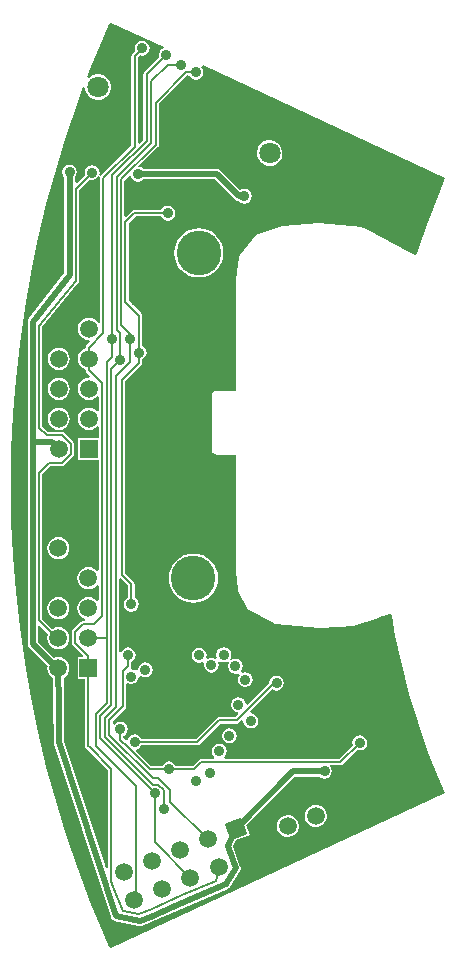
<source format=gbl>
%FSTAX25Y25*%
%MOIN*%
%SFA1B1*%

%IPPOS*%
%AMD30*
4,1,4,0.037800,-0.017600,0.017600,0.037800,-0.037800,0.017600,-0.017600,-0.037800,0.037800,-0.017600,0.0*
%
%AMD31*
4,1,4,0.038100,-0.017000,0.017000,0.038100,-0.038100,0.017000,-0.017000,-0.038100,0.038100,-0.017000,0.0*
%
%ADD10C,0.007000*%
%ADD24C,0.008000*%
%ADD25C,0.020000*%
%ADD27C,0.070900*%
%ADD28R,0.059100X0.059100*%
%ADD29C,0.059100*%
G04~CAMADD=30~10~0.0~590.4~0.0~0.0~0.0~0.0~0~0.0~0.0~0.0~0.0~0~0.0~0.0~0.0~0.0~0~0.0~0.0~0.0~290.0~590.4~0.0*
%ADD30D30*%
G04~CAMADD=31~10~0.0~590.4~0.0~0.0~0.0~0.0~0~0.0~0.0~0.0~0.0~0~0.0~0.0~0.0~0.0~0~0.0~0.0~0.0~291.0~590.4~0.0*
%ADD31D31*%
%ADD32C,0.149000*%
%ADD33C,0.035000*%
%LNarmboardproto-1*%
%LPD*%
G36*
X091739Y089343D02*
X091733Y089312D01*
Y084491*
X091722Y084486*
X091667Y084467*
X091611Y084541*
X091534Y084599*
X091445Y084636*
X09135Y084648*
X091255Y084636*
X091166Y084599*
X091089Y084541*
X091031Y084464*
X090994Y084375*
X090982Y08428*
X090994Y084185*
X091031Y084096*
X091089Y084019*
X091166Y083961*
X091255Y083924*
X09135Y083912*
X091369Y083914*
X0914Y083851*
X091274Y083726*
X091251Y083691*
X091243Y08365*
Y083631*
X091166Y083599*
X091089Y083541*
X091031Y083464*
X090994Y083375*
X090982Y08328*
X090994Y083185*
X091031Y083096*
X091089Y083019*
X091166Y082961*
X091211Y082942*
X091243Y08291*
X091251Y082869*
X091274Y082834*
X0914Y082709*
X091369Y082646*
X09135Y082648*
X091255Y082636*
X091166Y082599*
X091089Y082541*
X091031Y082464*
X090994Y082375*
X090982Y08228*
X090994Y082185*
X091031Y082096*
X091089Y082019*
X091166Y081961*
X091255Y081924*
X09135Y081912*
X091445Y081924*
X091534Y081961*
X091611Y082019*
X091622Y082034*
X091688Y082011*
Y081549*
X091622Y081526*
X091611Y081541*
X091534Y081599*
X091445Y081636*
X09135Y081648*
X091255Y081636*
X091166Y081599*
X091089Y081541*
X091031Y081464*
X090994Y081375*
X090982Y08128*
X090994Y081185*
X091031Y081096*
X091089Y081019*
X091166Y080961*
X091255Y080924*
X09135Y080912*
X091445Y080924*
X091534Y080961*
X091611Y081019*
X091622Y081034*
X091688Y081011*
Y080645*
X090985*
Y079915*
X091688*
Y076225*
X091622Y076203*
X091601Y076231*
X091524Y076289*
X091435Y076326*
X09134Y076338*
X091245Y076326*
X091156Y076289*
X091079Y076231*
X091021Y076154*
X090984Y076065*
X090972Y07597*
X090984Y075875*
X091021Y075786*
X091079Y075709*
X091156Y075651*
X091245Y075614*
X09134Y075602*
X091435Y075614*
X091524Y075651*
X091601Y075709*
X091622Y075737*
X091688Y075715*
Y075225*
X091622Y075203*
X091601Y075231*
X091524Y075289*
X091435Y075326*
X09134Y075338*
X091245Y075326*
X091156Y075289*
X091079Y075231*
X091021Y075154*
X090984Y075065*
X090972Y07497*
X090984Y074875*
X091021Y074786*
X091079Y074709*
X091156Y074651*
X091241Y074616*
X091227Y074547*
X09116*
X091119Y074539*
X091084Y074516*
X090829Y074261*
X090806Y074226*
X090798Y074185*
Y073815*
X090806Y073774*
X090829Y073739*
X091169Y0734*
X091142Y073335*
X090975*
Y072605*
X091233*
Y07038*
X091241Y070339*
X091264Y070304*
X091296Y070272*
X091311Y070251*
X091988Y069574*
Y06791*
X09198Y066314*
X091911Y066303*
X090523Y070538*
X090518Y071736*
X090515Y072647*
X090524Y072651*
X090601Y072709*
X090659Y072786*
X090696Y072875*
X090708Y07297*
X090696Y073065*
X090659Y073154*
X090601Y073231*
X090524Y073289*
X090435Y073326*
X09034Y073338*
X090245Y073326*
X090198Y073307*
X089658Y073847*
Y074359*
X089723Y074386*
X090001Y074107*
X089984Y074065*
X089972Y07397*
X089984Y073875*
X090021Y073786*
X090079Y073709*
X090156Y073651*
X090245Y073614*
X09034Y073602*
X090435Y073614*
X090524Y073651*
X090601Y073709*
X090659Y073786*
X090696Y073875*
X090708Y07397*
X090696Y074065*
X090659Y074154*
X090601Y074231*
X090524Y074289*
X090435Y074326*
X09034Y074338*
X090245Y074326*
X090156Y074289*
X090137Y074275*
X089807Y074604*
Y07865*
X089802Y078676*
Y079441*
X090064Y079703*
X090446*
X090487Y079711*
X090522Y079734*
X090826Y080038*
X090849Y080073*
X090857Y080114*
Y080446*
X090849Y080487*
X090826Y080521*
X090542Y080806*
X090507Y080829*
X090466Y080837*
X089989*
X089807Y081019*
Y08433*
X091007Y085804*
X091015Y085819*
X091024Y085832*
X091025Y085838*
X091027Y085843*
X091029Y085859*
X091032Y085875*
Y088904*
X091384Y089255*
X09146Y08924*
X091556Y089259*
X091637Y089313*
X091674Y08937*
X091739Y089343*
G37*
G36*
X093846Y093667D02*
X093844Y093651D01*
X093763Y093597*
X093709Y093516*
X09369Y09342*
X093705Y093344*
X093211Y092849*
X093201Y092839*
X093176Y092803*
X093168Y09276*
Y090573*
X093052Y090457*
X092987Y090484*
Y093326*
X093056Y093395*
X09313Y09338*
X093226Y093399*
X093307Y093453*
X093361Y093534*
X09338Y09363*
X093361Y093726*
X093307Y093807*
X093226Y093861*
X09313Y09388*
X093034Y093861*
X092953Y093807*
X092899Y093726*
X09288Y09363*
X092898Y09354*
X092804Y093446*
X092781Y093411*
X092773Y09337*
Y090397*
X091764Y089388*
X091757Y089378*
X091693Y089405*
X09171Y08949*
X091691Y089586*
X091637Y089667*
X091556Y089721*
X09146Y08974*
X091364Y089721*
X091283Y089667*
X091229Y089586*
X09121Y08949*
X091225Y089414*
X090948Y089137*
X090883Y089163*
Y089321*
X090887Y089323*
X090941Y089404*
X09096Y0895*
X090941Y089596*
X090887Y089677*
X090806Y089731*
X09071Y08975*
X090614Y089731*
X090533Y089677*
X090479Y089596*
X09046Y0895*
X090479Y089404*
X090533Y089323*
X090537Y089321*
Y08613*
X089349Y084627*
X089338Y084606*
X089325Y084586*
X089323Y084576*
X089318Y084567*
X089316Y084543*
X089312Y08452*
Y0805*
Y073775*
X089325Y073709*
X089362Y073652*
X08998Y073035*
X089972Y07297*
X089984Y072875*
X090021Y072786*
X090079Y072709*
X090156Y072651*
X090168Y072646*
X090172Y071734*
X090177Y070509*
X090182Y070483*
X090185Y070456*
X092082Y064666*
X092092Y064648*
X0921Y064629*
X092109Y064619*
X092115Y064607*
X092132Y064594*
X092146Y064579*
X092158Y064574*
X092169Y064565*
X092189Y06456*
X092207Y064551*
X093012Y064362*
X093033*
X093053Y064358*
X093066Y064361*
X09308Y06436*
X093099Y064367*
X093119Y064372*
X093494Y06453*
X093495Y064531*
X093496*
X094301Y064883*
X095983Y065618*
X095998Y065628*
X096014Y065635*
X096025Y065647*
X096039Y065656*
X096049Y065671*
X096061Y065684*
X096389Y066205*
X096392Y066214*
X096398Y066222*
X096404Y066246*
X096413Y066268*
Y066278*
X096415Y066288*
X096412Y066312*
X096411Y066336*
X096407Y066345*
X096406Y066355*
X096307Y066635*
X096167Y067031*
X096261Y067233*
X096722Y06741*
X096601Y067726*
X098232Y069357*
X099031*
X099033Y069353*
X099114Y069299*
X09921Y06928*
X099306Y069299*
X099387Y069353*
X099441Y069434*
X09946Y06953*
X099441Y069626*
X099387Y069707*
X099393Y069728*
X09974*
X099783Y069736*
X099819Y069761*
X100304Y070245*
X10038Y07023*
X100476Y070249*
X100557Y070303*
X100611Y070384*
X10063Y07048*
X100611Y070576*
X100557Y070657*
X100476Y070711*
X10038Y07073*
X100284Y070711*
X100203Y070657*
X100149Y070576*
X10013Y07048*
X100145Y070404*
X099694Y069952*
X095891*
X09587Y070019*
X095877Y070023*
X095931Y070104*
X09595Y0702*
X095931Y070296*
X095877Y070377*
X095796Y070431*
X0957Y07045*
X095604Y070431*
X095523Y070377*
X095469Y070296*
X09545Y0702*
X095469Y070104*
X095523Y070023*
X09553Y070019*
X095509Y069952*
X0951*
X095057Y069944*
X095021Y069919*
X094824Y069722*
X09425*
X094207Y069787*
X094126Y069841*
X09403Y06986*
X093934Y069841*
X093853Y069787*
X09381Y069722*
X093426*
X09294Y070209*
X09296Y070276*
X092976Y070279*
X093057Y070333*
X093103Y070403*
X09497*
X095011Y070411*
X095046Y070434*
X095734Y071123*
X09628*
X096321Y071131*
X096356Y071154*
X096426Y071225*
X0965Y07121*
X096519Y071114*
X096573Y071033*
X096654Y070979*
X09675Y07096*
X096846Y070979*
X096927Y071033*
X096981Y071114*
X097Y07121*
X096981Y071306*
X096927Y071387*
X096846Y071441*
X09675Y07146*
X096735Y071534*
X09747Y072269*
X097514Y072239*
X09761Y07222*
X097706Y072239*
X097787Y072293*
X097841Y072374*
X09786Y07247*
X097841Y072566*
X097787Y072647*
X097706Y072701*
X09761Y07272*
X097514Y072701*
X097433Y072647*
X097379Y072566*
X09736Y07247*
X097362Y072463*
X096652Y071753*
X096585Y071774*
X096571Y071846*
X096517Y071927*
X096436Y071981*
X09634Y072*
X096244Y071981*
X096163Y071927*
X096109Y071846*
X09609Y07175*
X096109Y071654*
X096163Y071573*
X096244Y071519*
X096316Y071505*
X096337Y071438*
X096236Y071337*
X09569*
X095649Y071329*
X095614Y071306*
X094926Y070617*
X093103*
X093057Y070687*
X092976Y070741*
X09288Y07076*
X092784Y070741*
X092703Y070687*
X092649Y070606*
X092644Y070578*
X092577Y070558*
X092507Y070627*
Y070707*
X092577Y070753*
X092631Y070834*
X09265Y07093*
X092631Y071026*
X092577Y071107*
X092496Y071161*
X0924Y07118*
X092304Y071161*
X092223Y071107*
X092211Y071089*
X092144Y071109*
Y071201*
X092566Y071622*
X092589Y071657*
X092597Y071698*
Y072437*
X092659Y07247*
X092674Y072459*
X09277Y07244*
X092866Y072459*
X092947Y072513*
X093001Y072594*
X09302Y07269*
X093103Y072707*
X093144Y072679*
X09324Y07266*
X093336Y072679*
X093417Y072733*
X093471Y072814*
X09349Y07291*
X093471Y073006*
X093417Y073087*
X093336Y073141*
X09324Y07316*
X093144Y073141*
X093063Y073087*
X093009Y073006*
X09299Y07291*
X092907Y072893*
X092866Y072921*
X09277Y07294*
X092757Y073006*
X092759Y073009*
X092767Y07305*
Y073187*
X092837Y073233*
X092891Y073314*
X09291Y07341*
X092891Y073506*
X092837Y073587*
X092756Y073641*
X09266Y07366*
X092564Y073641*
X092483Y073587*
X092429Y073506*
X092427Y073493*
X092357Y0735*
Y075933*
X092422Y07596*
X092658Y075724*
Y07532*
X092593Y075277*
X092539Y075196*
X09252Y0751*
X092539Y075004*
X092593Y074923*
X092674Y074869*
X09277Y07485*
X092866Y074869*
X092947Y074923*
X093001Y075004*
X09302Y0751*
X093001Y075196*
X092947Y075277*
X092882Y07532*
Y07577*
X092874Y075813*
X092849Y075849*
X092572Y076126*
Y082531*
X093106Y083064*
X093129Y083099*
X093137Y08314*
Y083267*
X093207Y083313*
X093261Y083394*
X09328Y08349*
X093261Y083586*
X093207Y083667*
X093137Y083713*
Y084724*
X093129Y084765*
X093106Y0848*
X092677Y085228*
Y087796*
X092914Y088033*
X093757*
X093803Y087963*
X093884Y087909*
X09398Y08789*
X094076Y087909*
X094157Y087963*
X094211Y088044*
X09423Y08814*
X094211Y088236*
X094157Y088317*
X094076Y088371*
X09398Y08839*
X093884Y088371*
X093803Y088317*
X093757Y088247*
X09287*
X092829Y088239*
X092794Y088216*
X092597Y088018*
X092532Y088045*
Y089224*
X092697Y089389*
X092764Y089369*
X092769Y089344*
X092823Y089263*
X092904Y089209*
X093Y08919*
X093096Y089209*
X093177Y089263*
X093179Y089267*
X095545*
X096234Y088577*
X09629Y08854*
X096357Y088527*
X096361*
X096363Y088523*
X096444Y088469*
X09654Y08845*
X096636Y088469*
X096717Y088523*
X096771Y088604*
X09679Y0887*
X096771Y088796*
X096717Y088877*
X096636Y088931*
X09654Y08895*
X096444Y088931*
X0964Y088901*
X095739Y089563*
X095683Y0896*
X095617Y089613*
X093179*
X093177Y089617*
X093096Y089671*
X093Y08969*
X092999Y089691*
X093656Y090347*
X093679Y090382*
X093687Y090423*
Y09154*
X093682Y091565*
Y091771*
X094637Y092725*
X094706Y092719*
X094743Y092663*
X094824Y092609*
X09492Y09259*
X095016Y092609*
X095097Y092663*
X095151Y092744*
X09517Y09284*
X095151Y092936*
X095101Y09301*
X095147Y093063*
X103241Y089306*
X103013Y088784*
X102649Y087855*
X102322Y086913*
X102276Y08676*
X102211Y086733*
X101381Y08718*
X101363Y087195*
X100522Y087647*
X100521*
X100493Y087655*
X100465Y087664*
X100464*
X099038Y087799*
X099026Y087797*
X099013Y087799*
X097836Y087717*
X097818Y087711*
X097798Y087709*
X09701Y087446*
X096999Y08744*
X096988Y087436*
X096973Y087425*
X096958Y087416*
X09695Y087407*
X096941Y087399*
X096395Y08675*
X096389Y086739*
X096381Y08673*
X096375Y086713*
X096367Y086698*
X096365Y086685*
X096361Y086673*
X096254Y085924*
X096255Y085913*
X096253Y085902*
Y082203*
X09561*
X095551Y082191*
X095502Y082158*
X095469Y082109*
X095457Y08205*
Y08024*
X095469Y080181*
X095502Y080132*
X095551Y080099*
X09561Y080087*
X095615Y080088*
X09562Y080087*
X096253*
Y076202*
X096254Y076194*
Y076187*
X096312Y075597*
X09632Y07557*
X096328Y075543*
X096619Y074978*
X096629Y074965*
X096636Y074951*
X096647Y074942*
X096656Y074931*
X09667Y074923*
X096682Y074913*
X097527Y074459*
X097554Y07445*
X097584Y074441*
X099044Y074294*
X099058Y074296*
X099072Y074294*
X100214Y074389*
X100232Y074394*
X10025Y074396*
X101032Y074657*
X101033Y074658*
X101037Y074659*
X101381Y074774*
X101442Y074738*
X101568Y074029*
X101779Y07307*
X102027Y072119*
X102312Y071179*
X102634Y070251*
X102992Y069336*
X103223Y068806*
X092105Y063645*
X09204Y063669*
X091857Y064073*
X091404Y065168*
X090985Y066277*
X090601Y067399*
X090252Y068532*
X089939Y069675*
X089663Y070828*
X089422Y071989*
X089218Y073157*
X089051Y07433*
X088921Y075509*
X088828Y076691*
X088772Y077875*
X088754Y07906*
X088772Y080245*
X088828Y081429*
X088921Y082611*
X089051Y08379*
X089218Y084963*
X089422Y086131*
X089663Y087292*
X089939Y088445*
X090252Y089588*
X090601Y090721*
X090985Y091843*
X09117Y092333*
X091239Y092322*
X09124Y09227*
X091272Y092163*
X091331Y092067*
X091412Y09199*
X09151Y091937*
X091618Y091911*
X09173Y091914*
X091837Y091946*
X091933Y092004*
X092009Y092085*
X092063Y092183*
X092089Y092292*
X092086Y092404*
X092054Y092511*
X091996Y092606*
X091915Y092683*
X091817Y092736*
X091708Y092762*
X091596Y092759*
X091489Y092728*
X091394Y092669*
X091355Y092628*
X091296Y092665*
X091404Y092952*
X091857Y094047*
X09204Y094451*
X092105Y094475*
X093846Y093667*
G37*
%LNarmboardproto-2*%
%LPC*%
G36*
X09585Y07367D02*
X095754Y073651D01*
X095673Y073597*
X095619Y073516*
X0956Y07342*
X095619Y073324*
X09556Y073285*
X095536Y073301*
X09544Y07332*
X095344Y073301*
X095323Y073287*
X095265Y073325*
X09528Y0734*
X095261Y073496*
X095207Y073577*
X095126Y073631*
X09503Y07365*
X094934Y073631*
X094853Y073577*
X094799Y073496*
X09478Y0734*
X094799Y073304*
X094853Y073223*
X094934Y073169*
X09503Y07315*
X095126Y073169*
X095147Y073183*
X095205Y073145*
X09519Y07307*
X095209Y072974*
X095263Y072893*
X095344Y072839*
X09544Y07282*
X095536Y072839*
X095617Y072893*
X095671Y072974*
X09569Y07307*
X095671Y073166*
X09573Y073205*
X095754Y073189*
X09585Y07317*
X095946Y073189*
X095988Y073218*
X096038Y073168*
X096009Y073126*
X09599Y07303*
X096009Y072934*
X096063Y072853*
X096144Y072799*
X09624Y07278*
X096336Y072799*
X096375Y07274*
X096339Y072686*
X09632Y07259*
X096339Y072494*
X096393Y072413*
X096474Y072359*
X09657Y07234*
X096666Y072359*
X096747Y072413*
X096801Y072494*
X09682Y07259*
X096801Y072686*
X096747Y072767*
X096666Y072821*
X09657Y07284*
X096474Y072821*
X096435Y07288*
X096471Y072934*
X09649Y07303*
X096471Y073126*
X096417Y073207*
X096336Y073261*
X09624Y07328*
X096144Y073261*
X096102Y073232*
X096052Y073282*
X096081Y073324*
X0961Y07342*
X096081Y073516*
X096027Y073597*
X095946Y073651*
X09585Y07367*
G37*
G36*
X09034Y075338D02*
X090245Y075326D01*
X090156Y075289*
X090079Y075231*
X090021Y075154*
X089984Y075065*
X089972Y07497*
X089984Y074875*
X090021Y074786*
X090079Y074709*
X090156Y074651*
X090245Y074614*
X09034Y074602*
X090435Y074614*
X090524Y074651*
X090601Y074709*
X090659Y074786*
X090696Y074875*
X090708Y07497*
X090696Y075065*
X090659Y075154*
X090601Y075231*
X090524Y075289*
X090435Y075326*
X09034Y075338*
G37*
G36*
X09484Y076789D02*
X09468Y076773D01*
X094527Y076727*
X094385Y076651*
X094261Y076549*
X094159Y076425*
X094083Y076283*
X094037Y07613*
X094021Y07597*
X094037Y07581*
X094083Y075657*
X094159Y075515*
X094261Y075391*
X094385Y075289*
X094527Y075213*
X09468Y075167*
X09484Y075151*
X095Y075167*
X095153Y075213*
X095295Y075289*
X095419Y075391*
X095521Y075515*
X095597Y075657*
X095643Y07581*
X095659Y07597*
X095643Y07613*
X095597Y076283*
X095521Y076425*
X095419Y076549*
X095295Y076651*
X095153Y076727*
X095Y076773*
X09484Y076789*
G37*
G36*
X097949Y068073D02*
X097855Y068052D01*
X097769Y068008*
X097698Y067943*
X097647Y067862*
X097618Y06777*
X097614Y067674*
X097634Y06758*
X097679Y067495*
X097744Y067424*
X097825Y067372*
X097917Y067343*
X098013Y067339*
X098107Y06736*
X098192Y067404*
X098263Y067469*
X098315Y06755*
X098343Y067642*
X098348Y067738*
X098327Y067832*
X098282Y067917*
X098217Y067988*
X098136Y06804*
X098045Y068069*
X097949Y068073*
G37*
G36*
X098888Y068415D02*
X098794Y068394D01*
X098709Y06835*
X098638Y068285*
X098586Y068204*
X098557Y068112*
X098553Y068016*
X098574Y067922*
X098619Y067837*
X098683Y067766*
X098765Y067714*
X098856Y067685*
X098952Y067681*
X099046Y067702*
X099132Y067746*
X099203Y067811*
X099254Y067892*
X099283Y067984*
X099287Y06808*
X099267Y068174*
X099222Y068259*
X099157Y06833*
X099076Y068382*
X098984Y068411*
X098888Y068415*
G37*
G36*
X09604Y07096D02*
X095944Y070941D01*
X095863Y070887*
X095809Y070806*
X09579Y07071*
X095809Y070614*
X095863Y070533*
X095944Y070479*
X09604Y07046*
X096136Y070479*
X096217Y070533*
X096271Y070614*
X09629Y07071*
X096271Y070806*
X096217Y070887*
X096136Y070941*
X09604Y07096*
G37*
G36*
X09035Y083648D02*
X090255Y083636D01*
X090166Y083599*
X090089Y083541*
X090031Y083464*
X089994Y083375*
X089982Y08328*
X089994Y083185*
X090031Y083096*
X090089Y083019*
X090166Y082961*
X090255Y082924*
X09035Y082912*
X090445Y082924*
X090534Y082961*
X090611Y083019*
X090669Y083096*
X090706Y083185*
X090718Y08328*
X090706Y083375*
X090669Y083464*
X090611Y083541*
X090534Y083599*
X090445Y083636*
X09035Y083648*
G37*
G36*
X09502Y087629D02*
X09486Y087613D01*
X094707Y087567*
X094565Y087491*
X094441Y087389*
X094339Y087265*
X094263Y087123*
X094217Y08697*
X094201Y08681*
X094217Y08665*
X094263Y086497*
X094339Y086355*
X094441Y086231*
X094565Y086129*
X094707Y086053*
X09486Y086007*
X09502Y085991*
X09518Y086007*
X095333Y086053*
X095475Y086129*
X095599Y086231*
X095701Y086355*
X095777Y086497*
X095823Y08665*
X095839Y08681*
X095823Y08697*
X095777Y087123*
X095701Y087265*
X095599Y087389*
X095475Y087491*
X095333Y087567*
X09518Y087613*
X09502Y087629*
G37*
G36*
X097422Y090569D02*
X09731Y090566D01*
X097203Y090534*
X097107Y090476*
X097031Y090395*
X096977Y090297*
X096951Y090188*
X096954Y090076*
X096986Y089969*
X097044Y089874*
X097125Y089797*
X097223Y089744*
X097332Y089718*
X097444Y089721*
X097551Y089752*
X097646Y089811*
X097723Y089892*
X097776Y08999*
X097802Y090099*
X0978Y09021*
X097768Y090317*
X097709Y090413*
X097628Y09049*
X09753Y090543*
X097422Y090569*
G37*
G36*
X09034Y077338D02*
X090245Y077326D01*
X090156Y077289*
X090079Y077231*
X090021Y077154*
X089984Y077065*
X089972Y07697*
X089984Y076875*
X090021Y076786*
X090079Y076709*
X090156Y076651*
X090245Y076614*
X09034Y076602*
X090435Y076614*
X090524Y076651*
X090601Y076709*
X090659Y076786*
X090696Y076875*
X090708Y07697*
X090696Y077065*
X090659Y077154*
X090601Y077231*
X090524Y077289*
X090435Y077326*
X09034Y077338*
G37*
G36*
X09035Y081648D02*
X090255Y081636D01*
X090166Y081599*
X090089Y081541*
X090031Y081464*
X089994Y081375*
X089982Y08128*
X089994Y081185*
X090031Y081096*
X090089Y081019*
X090166Y080961*
X090255Y080924*
X09035Y080912*
X090445Y080924*
X090534Y080961*
X090611Y081019*
X090669Y081096*
X090706Y081185*
X090718Y08128*
X090706Y081375*
X090669Y081464*
X090611Y081541*
X090534Y081599*
X090445Y081636*
X09035Y081648*
G37*
G36*
Y082648D02*
X090255Y082636D01*
X090166Y082599*
X090089Y082541*
X090031Y082464*
X089994Y082375*
X089982Y08228*
X089994Y082185*
X090031Y082096*
X090089Y082019*
X090166Y081961*
X090255Y081924*
X09035Y081912*
X090445Y081924*
X090534Y081961*
X090611Y082019*
X090669Y082096*
X090706Y082185*
X090718Y08228*
X090706Y082375*
X090669Y082464*
X090611Y082541*
X090534Y082599*
X090445Y082636*
X09035Y082648*
G37*
%LNarmboardproto-3*%
%LPD*%
G54D10*
X09386Y06827D02*
Y068903D01*
X09358Y090423D02*
Y09154D01*
X09242Y089263D02*
X09358Y090423D01*
X092281Y08933D02*
X09343Y090479D01*
X092275Y08933D02*
X092281D01*
X09343Y090479D02*
Y09054D01*
X09282Y090074D02*
X09328Y090534D01*
X09184Y089312D02*
X09288Y090352D01*
X092275Y084255D02*
Y08933D01*
X09212Y08514D02*
X092127Y085703D01*
X092135Y08633D02*
Y089402D01*
X09212Y08393D02*
Y08514D01*
X092127Y085703D02*
X092135Y08633D01*
Y089402D02*
X092461Y089729D01*
X09398Y09308D02*
X09441D01*
X09313Y09362D02*
Y09363D01*
X09288Y09337D02*
X09313Y09362D01*
X09355Y067161D02*
X094741Y06597D01*
X09355Y067161D02*
Y06881D01*
X09173Y07063D02*
X09355Y06881D01*
X09173Y07063D02*
Y07076D01*
X09134Y07038D02*
Y07297D01*
Y07038D02*
X09139Y07033D01*
X09134Y07297D02*
Y07338D01*
X089695Y074565D02*
X09029Y07397D01*
X09034*
X09225Y082704D02*
X09271Y083164D01*
X092115Y083325D02*
X09212Y08333D01*
Y08393*
X092275Y084255D02*
X092405Y084125D01*
X09303Y08349D02*
Y084724D01*
Y08314D02*
Y08349D01*
X09246Y08257D02*
X09303Y08314D01*
X093673Y06909D02*
X09386Y068903D01*
X093483Y06909D02*
X093673D01*
X091887Y070686D02*
X093483Y06909D01*
X09225Y071663D02*
Y082704D01*
X091887Y070686D02*
Y0713D01*
X09225Y071663*
X09271Y083164D02*
Y08393D01*
X09358Y09182D02*
X0946Y09284D01*
X093575Y091545D02*
X09358Y09154D01*
X093575Y091545D02*
Y09182D01*
X09358*
X0946Y09284D02*
X09492D01*
X09343Y09199D02*
Y09253D01*
X09398Y09308*
X09288Y07051D02*
X09497D01*
X09628Y07123D02*
X09752Y07247D01*
X09761*
X09569Y07123D02*
X09628D01*
X09497Y07051D02*
X09569Y07123D01*
X093668Y0693D02*
X09406Y068908D01*
X093478Y0693D02*
X093668D01*
X09249Y07288D02*
X09266Y07305D01*
Y07341*
X09249Y071698D02*
Y07288D01*
X09406Y068518D02*
Y068908D01*
Y068518D02*
X095316Y067262D01*
X092032Y07124D02*
X09249Y071698D01*
X09002Y07981D02*
X090446D01*
X09075Y080114*
Y080446*
X089695Y079485D02*
X09002Y07981D01*
X090466Y08073D02*
X09075Y080446D01*
X089945Y08073D02*
X090466D01*
X089695Y08098D02*
X089945Y08073D01*
X089695Y07865D02*
Y079485D01*
X091585Y071448D02*
X091945Y071808D01*
X091585Y071135D02*
Y071448D01*
X09158Y07113D02*
X091585Y071135D01*
X091945Y071808D02*
Y07198D01*
X09134Y07397D02*
X091945D01*
X09257Y085184D02*
X09303Y084724D01*
X09257Y085184D02*
Y08784D01*
X09287Y08814*
X09398*
X09151Y074434D02*
X091795Y074719D01*
X091366Y074434D02*
X09151D01*
X09116Y07444D02*
X09136D01*
X091366Y074434*
X090905Y074185D02*
X09116Y07444D01*
X090905Y073815D02*
Y074185D01*
Y073815D02*
X09134Y07338D01*
X09135Y08365D02*
X09184Y08414D01*
X09135Y08328D02*
Y08365D01*
X09184Y08414D02*
Y089312D01*
X09135Y08291D02*
X091795Y082465D01*
Y074719D02*
Y082465D01*
X09135Y08291D02*
Y08328D01*
X09288Y090352D02*
Y09337D01*
X0924Y070583D02*
Y07093D01*
Y070583D02*
X092686Y070296D01*
G54D24*
X09343Y09054D02*
Y09199D01*
X092771Y090025D02*
X09282Y090074D01*
X09242Y084411D02*
Y089263D01*
X092461Y089729D02*
X092758Y090025D01*
X092771*
X09328Y090534D02*
Y09276D01*
X09329Y09277*
Y09265D02*
Y09277D01*
X09394Y09342*
X09173Y07076D02*
Y071388D01*
X09139Y07033D02*
X0921Y06962D01*
X092405Y083255D02*
Y084125D01*
X09386Y068903D02*
X093868Y068895D01*
Y06827D02*
Y068895D01*
X092032Y070746D02*
Y07124D01*
X09255Y07044D02*
X09338Y06961D01*
X092032Y070746D02*
X093478Y0693D01*
X092921Y0653D02*
Y069049D01*
X089695Y074565D02*
Y07865D01*
X09158Y07039D02*
Y07113D01*
X091945Y07198D02*
Y07397D01*
Y074518*
X09338Y06961D02*
X09403D01*
X094465Y065396D02*
X09559Y065879D01*
X095675Y066328*
X09209Y06588D02*
X092173Y065669D01*
X09248Y06489D02*
X093009Y06477D01*
X092173Y065669D02*
X09248Y06489D01*
X09209Y06588D02*
X0921Y06791D01*
Y06962*
X093009Y06477D02*
X093445Y064957D01*
X094465Y065396*
X09246Y07608D02*
Y08257D01*
Y07608D02*
X09277Y07577D01*
Y0751D02*
Y07577D01*
X0921Y072377D02*
Y08296D01*
X092095Y072372D02*
X0921Y072377D01*
X092095Y071753D02*
Y072372D01*
X09173Y071388D02*
X092095Y071753D01*
X09158Y07039D02*
X092921Y069049D01*
X09211Y08296D02*
X0924Y08325D01*
X09195Y08316D02*
X092115Y083325D01*
X09195Y074523D02*
Y08316D01*
X09242Y084411D02*
X09271Y084121D01*
X091945Y074518D02*
X09195Y074523D01*
X09271Y08393D02*
Y084121D01*
X0924Y08325D02*
X092405Y083255D01*
X089695Y08437D02*
X09092Y085875D01*
X089695Y08098D02*
Y08437D01*
X09092Y085875D02*
Y08895D01*
X09146Y08949*
X092874Y065253D02*
X092921Y0653D01*
X09403Y06961D02*
X09487D01*
X0951Y06984*
X09974D02*
X10038Y07048D01*
X0951Y06984D02*
X09974D01*
G54D25*
X093Y08944D02*
X095617D01*
X09816Y06953D02*
X09921D01*
X089485Y073775D02*
X09028Y07298D01*
X089485Y073775D02*
Y0805D01*
Y08452*
X09071Y08607*
X09034Y07297D02*
X090345Y071735D01*
X09035Y07051*
X092247Y06472*
X09598Y06704D02*
X09625Y06762D01*
X095914Y065776D02*
X096242Y066297D01*
X092247Y06472D02*
X093052Y064531D01*
X093427Y06469*
X094232Y065042D02*
X095914Y065776D01*
X093427Y06469D02*
X094232Y065042D01*
X096143Y066578D02*
X096242Y066297D01*
X09598Y06704D02*
X096143Y066578D01*
X089485Y0805D02*
X09013D01*
X09035Y08028*
X09071Y08607D02*
Y0895D01*
X09625Y06762D02*
X09816Y06953D01*
X096357Y0887D02*
X09654D01*
X095617Y08944D02*
X096357Y0887D01*
G54D27*
X091663Y092337D03*
X097377Y090143D03*
G54D28*
X09135Y08028D03*
X09134Y07297D03*
G54D29*
X09035Y08028D03*
X09135Y08128D03*
X09035D03*
X09135Y08228D03*
X09035D03*
X09135Y08328D03*
X09035D03*
X09135Y08428D03*
X09035D03*
X097981Y067706D03*
X09892Y068048D03*
X096608Y066686D03*
X095316Y067262D03*
X095675Y066328D03*
X094383Y066903D03*
X094741Y06597D03*
X093449Y066545D03*
X093808Y065611D03*
X092516Y066187D03*
X092874Y065253D03*
X09034Y07697D03*
X09134D03*
X09034Y07597D03*
X09134D03*
X09034Y07497D03*
X09134D03*
X09034Y07397D03*
X09134D03*
X09034Y07297D03*
G54D30*
X09986Y06839D03*
G54D31*
X09625Y06762D03*
G54D32*
X09484Y07597D03*
X09502Y08681D03*
G54D33*
X093Y08944D03*
X09394Y09342D03*
X09441Y09308D03*
X09492Y09284D03*
X09313Y09363D03*
X09212Y08393D03*
X09315Y0873D03*
X0924Y07093D03*
X09303Y08349D03*
X094665Y071145D03*
X09403Y06961D03*
X094035Y071145D03*
X094665Y071775D03*
X094035D03*
X09355Y06881D03*
X09277Y07269D03*
X09853Y07267D03*
X09398Y08814D03*
X09286Y07697D03*
X10201Y06849D03*
X09761Y07247D03*
X0924Y08325D03*
X09271Y08393D03*
X09277Y0751D03*
X09675Y07121D03*
X09467Y08287D03*
X09156Y08522D03*
X09288Y07051D03*
X09921Y06953D03*
X1024Y08889D03*
X09146Y08949D03*
X093868Y06827D03*
X09266Y07341D03*
X09538Y06947D03*
X09494Y06922D03*
X09503Y0734D03*
X09544Y07307D03*
X09792Y07088D03*
X0957Y0702D03*
X09585Y07342D03*
X09624Y07303D03*
X09657Y07259D03*
X09634Y07175D03*
X09604Y07071D03*
X10038Y07048D03*
X09311Y08173D03*
X09071Y0895D03*
X09654Y0887D03*
X0955Y08889D03*
X09293Y08522D03*
X09324Y07291D03*
M02*
</source>
